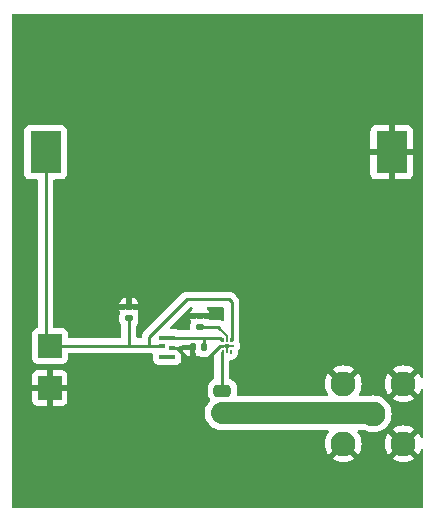
<source format=gtl>
G04 #@! TF.GenerationSoftware,KiCad,Pcbnew,8.0.7-8.0.7-0~ubuntu22.04.1*
G04 #@! TF.CreationDate,2025-01-08T14:25:37-08:00*
G04 #@! TF.ProjectId,RFBackscatterV1,52464261-636b-4736-9361-747465725631,rev?*
G04 #@! TF.SameCoordinates,Original*
G04 #@! TF.FileFunction,Copper,L1,Top*
G04 #@! TF.FilePolarity,Positive*
%FSLAX46Y46*%
G04 Gerber Fmt 4.6, Leading zero omitted, Abs format (unit mm)*
G04 Created by KiCad (PCBNEW 8.0.7-8.0.7-0~ubuntu22.04.1) date 2025-01-08 14:25:37*
%MOMM*%
%LPD*%
G01*
G04 APERTURE LIST*
G04 Aperture macros list*
%AMRoundRect*
0 Rectangle with rounded corners*
0 $1 Rounding radius*
0 $2 $3 $4 $5 $6 $7 $8 $9 X,Y pos of 4 corners*
0 Add a 4 corners polygon primitive as box body*
4,1,4,$2,$3,$4,$5,$6,$7,$8,$9,$2,$3,0*
0 Add four circle primitives for the rounded corners*
1,1,$1+$1,$2,$3*
1,1,$1+$1,$4,$5*
1,1,$1+$1,$6,$7*
1,1,$1+$1,$8,$9*
0 Add four rect primitives between the rounded corners*
20,1,$1+$1,$2,$3,$4,$5,0*
20,1,$1+$1,$4,$5,$6,$7,0*
20,1,$1+$1,$6,$7,$8,$9,0*
20,1,$1+$1,$8,$9,$2,$3,0*%
G04 Aperture macros list end*
G04 #@! TA.AperFunction,SMDPad,CuDef*
%ADD10RoundRect,0.140000X0.170000X-0.140000X0.170000X0.140000X-0.170000X0.140000X-0.170000X-0.140000X0*%
G04 #@! TD*
G04 #@! TA.AperFunction,SMDPad,CuDef*
%ADD11R,2.600000X3.600000*%
G04 #@! TD*
G04 #@! TA.AperFunction,ComponentPad*
%ADD12C,2.108200*%
G04 #@! TD*
G04 #@! TA.AperFunction,SMDPad,CuDef*
%ADD13R,2.000000X2.000000*%
G04 #@! TD*
G04 #@! TA.AperFunction,SMDPad,CuDef*
%ADD14R,1.397000X0.406400*%
G04 #@! TD*
G04 #@! TA.AperFunction,SMDPad,CuDef*
%ADD15R,0.508000X0.304800*%
G04 #@! TD*
G04 #@! TA.AperFunction,SMDPad,CuDef*
%ADD16RoundRect,0.037500X0.037500X-0.127500X0.037500X0.127500X-0.037500X0.127500X-0.037500X-0.127500X0*%
G04 #@! TD*
G04 #@! TA.AperFunction,SMDPad,CuDef*
%ADD17RoundRect,0.037500X0.245000X0.037500X-0.245000X0.037500X-0.245000X-0.037500X0.245000X-0.037500X0*%
G04 #@! TD*
G04 #@! TA.AperFunction,SMDPad,CuDef*
%ADD18RoundRect,0.100000X0.100000X-0.100000X0.100000X0.100000X-0.100000X0.100000X-0.100000X-0.100000X0*%
G04 #@! TD*
G04 #@! TA.AperFunction,SMDPad,CuDef*
%ADD19RoundRect,0.037500X0.037500X-0.245000X0.037500X0.245000X-0.037500X0.245000X-0.037500X-0.245000X0*%
G04 #@! TD*
G04 #@! TA.AperFunction,SMDPad,CuDef*
%ADD20RoundRect,0.250000X-0.475000X0.250000X-0.475000X-0.250000X0.475000X-0.250000X0.475000X0.250000X0*%
G04 #@! TD*
G04 #@! TA.AperFunction,SMDPad,CuDef*
%ADD21RoundRect,0.140000X0.140000X0.170000X-0.140000X0.170000X-0.140000X-0.170000X0.140000X-0.170000X0*%
G04 #@! TD*
G04 #@! TA.AperFunction,ViaPad*
%ADD22C,0.800000*%
G04 #@! TD*
G04 #@! TA.AperFunction,Conductor*
%ADD23C,0.270000*%
G04 #@! TD*
G04 #@! TA.AperFunction,Conductor*
%ADD24C,0.150000*%
G04 #@! TD*
G04 #@! TA.AperFunction,Conductor*
%ADD25C,1.900000*%
G04 #@! TD*
G04 APERTURE END LIST*
D10*
X162300000Y-70620000D03*
X162300000Y-71580000D03*
X156300000Y-69840000D03*
X156300000Y-70800000D03*
D11*
X149250000Y-56750000D03*
X178550000Y-56750000D03*
D12*
X179530000Y-81430000D03*
X174450000Y-81430000D03*
X174450000Y-76350000D03*
X179530000Y-76350000D03*
X176990000Y-78890000D03*
D13*
X149600000Y-76700000D03*
X149611400Y-73135400D03*
D14*
X159540000Y-74040002D03*
D15*
X159985999Y-73338976D03*
D14*
X159540000Y-72440000D03*
D15*
X159094001Y-73134001D03*
D16*
X164230000Y-72630000D03*
X164580000Y-72630000D03*
X164930000Y-72630000D03*
X164930000Y-73630000D03*
D17*
X164930000Y-73130000D03*
D18*
X164580000Y-73130000D03*
D17*
X164230000Y-73130000D03*
D19*
X164580000Y-73512500D03*
D16*
X164230000Y-73630000D03*
D20*
X164200000Y-78820000D03*
X164200000Y-76920000D03*
D21*
X162650000Y-73260000D03*
X161690000Y-73260000D03*
D22*
X161000000Y-71200000D03*
D23*
X162300000Y-71580000D02*
X163880000Y-71580000D01*
X163880000Y-71580000D02*
X164000000Y-71700000D01*
X164990000Y-69390000D02*
X164785000Y-69185000D01*
X164785000Y-69185000D02*
X161223300Y-69185000D01*
X161223300Y-69185000D02*
X158020000Y-72388300D01*
D24*
X164580000Y-72630000D02*
X164580000Y-72280000D01*
X164580000Y-72280000D02*
X164000000Y-71700000D01*
D23*
X158020000Y-73135400D02*
X158020000Y-72388300D01*
X164990000Y-69390000D02*
X164990000Y-72630000D01*
X149611400Y-73135400D02*
X156300000Y-73135400D01*
X164170000Y-76890000D02*
X164170000Y-73630000D01*
X156300000Y-73135400D02*
X158020000Y-73135400D01*
X156300000Y-70800000D02*
X156300000Y-73135400D01*
X149250000Y-56750000D02*
X149250000Y-72774000D01*
X149250000Y-72774000D02*
X149611400Y-73135400D01*
D25*
X164200000Y-78820000D02*
X176920000Y-78820000D01*
D23*
X176920000Y-78820000D02*
X176990000Y-78890000D01*
X164200000Y-76920000D02*
X164170000Y-76890000D01*
X159540000Y-72440000D02*
X162650000Y-72440000D01*
X162650000Y-73260000D02*
X162650000Y-72440000D01*
X162650000Y-72440000D02*
X163980000Y-72440000D01*
X159985999Y-73338976D02*
X161611024Y-73338976D01*
X161611024Y-73338976D02*
X161690000Y-73260000D01*
X159985999Y-73338976D02*
X160410674Y-73338976D01*
X162387166Y-74780000D02*
X164037166Y-73130000D01*
X160410674Y-73338976D02*
X161851698Y-74780000D01*
X164037166Y-73130000D02*
X164230000Y-73130000D01*
X161851698Y-74780000D02*
X162387166Y-74780000D01*
X158020000Y-73135400D02*
X159092602Y-73135400D01*
X163980000Y-72440000D02*
X164170000Y-72630000D01*
X159092602Y-73135400D02*
X159094001Y-73134001D01*
G04 #@! TA.AperFunction,Conductor*
G36*
X175300000Y-73500000D02*
G01*
X180900000Y-73500000D01*
X180900000Y-75611273D01*
X180794475Y-75439075D01*
X180245922Y-75987628D01*
X180239039Y-75971011D01*
X180151478Y-75839966D01*
X180040034Y-75728522D01*
X179908989Y-75640961D01*
X179892368Y-75634076D01*
X180440923Y-75085523D01*
X180237729Y-74961004D01*
X180011730Y-74867393D01*
X180011718Y-74867389D01*
X179773870Y-74810287D01*
X179530000Y-74791094D01*
X179286129Y-74810287D01*
X179048281Y-74867389D01*
X179048269Y-74867393D01*
X178822270Y-74961004D01*
X178619075Y-75085523D01*
X179167629Y-75634077D01*
X179151011Y-75640961D01*
X179019966Y-75728522D01*
X178908522Y-75839966D01*
X178820961Y-75971011D01*
X178814077Y-75987629D01*
X178265523Y-75439075D01*
X178141004Y-75642270D01*
X178047393Y-75868269D01*
X178047389Y-75868281D01*
X177990287Y-76106129D01*
X177971094Y-76350000D01*
X177990287Y-76593870D01*
X178047389Y-76831718D01*
X178047393Y-76831730D01*
X178141004Y-77057729D01*
X178265523Y-77260923D01*
X178814077Y-76712369D01*
X178820961Y-76728989D01*
X178908522Y-76860034D01*
X179019966Y-76971478D01*
X179151011Y-77059039D01*
X179167629Y-77065922D01*
X178619075Y-77614475D01*
X178619075Y-77614476D01*
X178822270Y-77738995D01*
X179048269Y-77832606D01*
X179048281Y-77832610D01*
X179286129Y-77889712D01*
X179530000Y-77908905D01*
X179773870Y-77889712D01*
X180011718Y-77832610D01*
X180011730Y-77832606D01*
X180237729Y-77738995D01*
X180440922Y-77614476D01*
X180440923Y-77614475D01*
X179892370Y-77065922D01*
X179908989Y-77059039D01*
X180040034Y-76971478D01*
X180151478Y-76860034D01*
X180239039Y-76728989D01*
X180245922Y-76712370D01*
X180794475Y-77260923D01*
X180794476Y-77260922D01*
X180900000Y-77088725D01*
X180900000Y-80691273D01*
X180794475Y-80519075D01*
X180245922Y-81067628D01*
X180239039Y-81051011D01*
X180151478Y-80919966D01*
X180040034Y-80808522D01*
X179908989Y-80720961D01*
X179892368Y-80714076D01*
X180440923Y-80165523D01*
X180237729Y-80041004D01*
X180011730Y-79947393D01*
X180011718Y-79947389D01*
X179773870Y-79890287D01*
X179530000Y-79871094D01*
X179286129Y-79890287D01*
X179048281Y-79947389D01*
X179048269Y-79947393D01*
X178822270Y-80041004D01*
X178619075Y-80165523D01*
X179167629Y-80714077D01*
X179151011Y-80720961D01*
X179019966Y-80808522D01*
X178908522Y-80919966D01*
X178820961Y-81051011D01*
X178814077Y-81067629D01*
X178265523Y-80519075D01*
X178141004Y-80722270D01*
X178047393Y-80948269D01*
X178047389Y-80948281D01*
X177990287Y-81186129D01*
X177971094Y-81430000D01*
X177990287Y-81673870D01*
X178047389Y-81911718D01*
X178047393Y-81911730D01*
X178141004Y-82137729D01*
X178265523Y-82340923D01*
X178814077Y-81792369D01*
X178820961Y-81808989D01*
X178908522Y-81940034D01*
X179019966Y-82051478D01*
X179151011Y-82139039D01*
X179167629Y-82145922D01*
X178619075Y-82694475D01*
X178619075Y-82694476D01*
X178822270Y-82818995D01*
X179048269Y-82912606D01*
X179048281Y-82912610D01*
X179286129Y-82969712D01*
X179530000Y-82988905D01*
X179773870Y-82969712D01*
X180011718Y-82912610D01*
X180011730Y-82912606D01*
X180237729Y-82818995D01*
X180440922Y-82694476D01*
X180440923Y-82694475D01*
X179892370Y-82145922D01*
X179908989Y-82139039D01*
X180040034Y-82051478D01*
X180151478Y-81940034D01*
X180239039Y-81808989D01*
X180245922Y-81792370D01*
X180794475Y-82340923D01*
X180794476Y-82340922D01*
X180900000Y-82168725D01*
X180900000Y-85000000D01*
X172950000Y-85000000D01*
X172963497Y-81895509D01*
X172967389Y-81911718D01*
X172967393Y-81911730D01*
X173061004Y-82137729D01*
X173185523Y-82340923D01*
X173734076Y-81792369D01*
X173740961Y-81808989D01*
X173828522Y-81940034D01*
X173939966Y-82051478D01*
X174071011Y-82139039D01*
X174087629Y-82145922D01*
X173539075Y-82694475D01*
X173539075Y-82694476D01*
X173742270Y-82818995D01*
X173968269Y-82912606D01*
X173968281Y-82912610D01*
X174206129Y-82969712D01*
X174450000Y-82988905D01*
X174693870Y-82969712D01*
X174931718Y-82912610D01*
X174931730Y-82912606D01*
X175157729Y-82818995D01*
X175360922Y-82694476D01*
X175360923Y-82694475D01*
X174812370Y-82145922D01*
X174828989Y-82139039D01*
X174960034Y-82051478D01*
X175071478Y-81940034D01*
X175159039Y-81808989D01*
X175165922Y-81792370D01*
X175714475Y-82340923D01*
X175714476Y-82340922D01*
X175838995Y-82137729D01*
X175932606Y-81911730D01*
X175932610Y-81911718D01*
X175989712Y-81673870D01*
X176008905Y-81430000D01*
X175989712Y-81186129D01*
X175932610Y-80948281D01*
X175932606Y-80948269D01*
X175838995Y-80722270D01*
X175711184Y-80513703D01*
X175711183Y-80513701D01*
X175678156Y-80475031D01*
X175649586Y-80411270D01*
X175660023Y-80342184D01*
X175706154Y-80289708D01*
X175772447Y-80270500D01*
X176235790Y-80270500D01*
X176283242Y-80279939D01*
X176508116Y-80373084D01*
X176667173Y-80411270D01*
X176746055Y-80430208D01*
X176990000Y-80449407D01*
X177233945Y-80430208D01*
X177471883Y-80373084D01*
X177471884Y-80373084D01*
X177697952Y-80279444D01*
X177697953Y-80279443D01*
X177697956Y-80279442D01*
X177906596Y-80151587D01*
X178092667Y-79992667D01*
X178251587Y-79806596D01*
X178379442Y-79597956D01*
X178473084Y-79371883D01*
X178530208Y-79133945D01*
X178549407Y-78890000D01*
X178530208Y-78646055D01*
X178473084Y-78408117D01*
X178473084Y-78408116D01*
X178473084Y-78408115D01*
X178379444Y-78182047D01*
X178379442Y-78182044D01*
X178251590Y-77973409D01*
X178251589Y-77973406D01*
X178215687Y-77931370D01*
X178092667Y-77787333D01*
X177969645Y-77682262D01*
X177906593Y-77628410D01*
X177906590Y-77628409D01*
X177697955Y-77500557D01*
X177697952Y-77500555D01*
X177471883Y-77406915D01*
X177233948Y-77349792D01*
X176990000Y-77330593D01*
X176746051Y-77349792D01*
X176687535Y-77363841D01*
X176678234Y-77366074D01*
X176649289Y-77369500D01*
X175869359Y-77369500D01*
X175802320Y-77349815D01*
X175756565Y-77297011D01*
X175746621Y-77227853D01*
X175763632Y-77180710D01*
X175838995Y-77057729D01*
X175932606Y-76831730D01*
X175932610Y-76831718D01*
X175989712Y-76593870D01*
X176008905Y-76350000D01*
X175989712Y-76106129D01*
X175932610Y-75868281D01*
X175932606Y-75868269D01*
X175838995Y-75642270D01*
X175714475Y-75439075D01*
X175165922Y-75987628D01*
X175159039Y-75971011D01*
X175071478Y-75839966D01*
X174960034Y-75728522D01*
X174828989Y-75640961D01*
X174812368Y-75634076D01*
X175360923Y-75085523D01*
X175157729Y-74961004D01*
X174931730Y-74867393D01*
X174931718Y-74867389D01*
X174693870Y-74810287D01*
X174450000Y-74791094D01*
X174206129Y-74810287D01*
X173968281Y-74867389D01*
X173968269Y-74867393D01*
X173742270Y-74961004D01*
X173539075Y-75085523D01*
X174087629Y-75634077D01*
X174071011Y-75640961D01*
X173939966Y-75728522D01*
X173828522Y-75839966D01*
X173740961Y-75971011D01*
X173734077Y-75987629D01*
X173185523Y-75439075D01*
X173061004Y-75642270D01*
X172989939Y-75813836D01*
X173000000Y-73500000D01*
X174550000Y-73500000D01*
X175450000Y-73450000D01*
X175300000Y-73500000D01*
G37*
G04 #@! TD.AperFunction*
G04 #@! TA.AperFunction,Conductor*
G36*
X173194592Y-80290185D02*
G01*
X173240347Y-80342989D01*
X173250291Y-80412147D01*
X173221844Y-80475031D01*
X173188816Y-80513701D01*
X173188815Y-80513703D01*
X173061004Y-80722270D01*
X172967618Y-80947724D01*
X172970563Y-80270500D01*
X173127553Y-80270500D01*
X173194592Y-80290185D01*
G37*
G04 #@! TD.AperFunction*
G04 #@! TA.AperFunction,Conductor*
G36*
X173061004Y-77057729D02*
G01*
X173136368Y-77180710D01*
X173154613Y-77248155D01*
X173133497Y-77314758D01*
X173079725Y-77359372D01*
X173030641Y-77369500D01*
X172983176Y-77369500D01*
X172985325Y-76875025D01*
X173061004Y-77057729D01*
G37*
G04 #@! TD.AperFunction*
G04 #@! TA.AperFunction,Conductor*
G36*
X181173039Y-45019685D02*
G01*
X181218794Y-45072489D01*
X181230000Y-45124000D01*
X181230000Y-75769713D01*
X181210315Y-75836752D01*
X181157511Y-75882507D01*
X181088353Y-75892451D01*
X181024797Y-75863426D01*
X180991439Y-75817166D01*
X180918995Y-75642270D01*
X180900000Y-75611273D01*
X180900000Y-73500000D01*
X175300000Y-73500000D01*
X175450000Y-73450000D01*
X174550000Y-73500000D01*
X173000000Y-73500000D01*
X172989939Y-75813835D01*
X172967393Y-75868269D01*
X172967389Y-75868281D01*
X172910287Y-76106129D01*
X172891094Y-76350000D01*
X172910287Y-76593870D01*
X172967389Y-76831718D01*
X172967393Y-76831730D01*
X172985325Y-76875024D01*
X172983176Y-77369500D01*
X165547541Y-77369500D01*
X165480502Y-77349815D01*
X165434747Y-77297011D01*
X165424183Y-77232896D01*
X165425500Y-77220009D01*
X165425499Y-76619992D01*
X165414999Y-76517203D01*
X165359814Y-76350666D01*
X165267712Y-76201344D01*
X165143656Y-76077288D01*
X165050888Y-76020069D01*
X164994336Y-75985187D01*
X164994335Y-75985186D01*
X164994334Y-75985186D01*
X164890495Y-75950777D01*
X164833051Y-75911004D01*
X164806228Y-75846488D01*
X164805500Y-75833071D01*
X164805500Y-74419500D01*
X164825185Y-74352461D01*
X164877989Y-74306706D01*
X164929500Y-74295500D01*
X165009619Y-74295500D01*
X165031232Y-74292904D01*
X165096077Y-74285117D01*
X165233658Y-74230862D01*
X165351500Y-74141500D01*
X165440862Y-74023658D01*
X165495117Y-73886077D01*
X165505500Y-73799618D01*
X165505500Y-73653031D01*
X165525185Y-73585992D01*
X165554578Y-73554224D01*
X165558646Y-73551138D01*
X165647920Y-73433413D01*
X165647923Y-73433407D01*
X165702126Y-73295958D01*
X165712500Y-73209571D01*
X165712500Y-73050428D01*
X165702126Y-72964041D01*
X165647923Y-72826592D01*
X165647920Y-72826587D01*
X165642734Y-72819747D01*
X165617912Y-72754435D01*
X165619921Y-72720635D01*
X165625500Y-72692591D01*
X165625500Y-69327409D01*
X165601078Y-69204631D01*
X165561039Y-69107968D01*
X165553176Y-69088984D01*
X165553169Y-69088971D01*
X165483626Y-68984893D01*
X165483625Y-68984892D01*
X165395108Y-68896375D01*
X165190111Y-68691377D01*
X165190107Y-68691374D01*
X165086028Y-68621830D01*
X165086015Y-68621823D01*
X164970373Y-68573923D01*
X164970361Y-68573920D01*
X164847595Y-68549500D01*
X164847591Y-68549500D01*
X161285891Y-68549500D01*
X161160709Y-68549500D01*
X161160704Y-68549500D01*
X161037938Y-68573920D01*
X161037926Y-68573923D01*
X160922284Y-68621823D01*
X160922271Y-68621830D01*
X160818192Y-68691374D01*
X160818188Y-68691377D01*
X158405454Y-71104113D01*
X157614892Y-71894675D01*
X157570632Y-71938934D01*
X157526373Y-71983193D01*
X157456830Y-72087271D01*
X157456823Y-72087284D01*
X157408923Y-72202926D01*
X157408920Y-72202938D01*
X157384500Y-72325704D01*
X157384500Y-72375900D01*
X157364815Y-72442939D01*
X157312011Y-72488694D01*
X157260500Y-72499900D01*
X157059500Y-72499900D01*
X156992461Y-72480215D01*
X156946706Y-72427411D01*
X156935500Y-72375900D01*
X156935500Y-71431666D01*
X156955185Y-71364627D01*
X156971822Y-71343982D01*
X156980113Y-71335691D01*
X156980117Y-71335687D01*
X157062494Y-71196395D01*
X157095736Y-71081975D01*
X157107642Y-71040997D01*
X157107643Y-71040991D01*
X157109479Y-71017665D01*
X157110500Y-71004690D01*
X157110500Y-70595310D01*
X157107643Y-70559007D01*
X157062494Y-70403605D01*
X157050089Y-70382630D01*
X157032906Y-70314909D01*
X157050091Y-70256384D01*
X157062032Y-70236194D01*
X157104504Y-70090000D01*
X156798352Y-70090000D01*
X156735233Y-70072732D01*
X156726395Y-70067506D01*
X156726393Y-70067505D01*
X156726389Y-70067503D01*
X156570997Y-70022357D01*
X156570991Y-70022356D01*
X156534697Y-70019500D01*
X156534690Y-70019500D01*
X156065310Y-70019500D01*
X156065302Y-70019500D01*
X156029008Y-70022356D01*
X156029002Y-70022357D01*
X155873610Y-70067503D01*
X155873605Y-70067506D01*
X155864766Y-70072732D01*
X155801648Y-70090000D01*
X155495496Y-70090000D01*
X155537968Y-70236194D01*
X155549911Y-70256389D01*
X155567092Y-70324113D01*
X155549911Y-70382628D01*
X155537506Y-70403604D01*
X155537504Y-70403609D01*
X155492357Y-70559002D01*
X155492356Y-70559008D01*
X155489500Y-70595302D01*
X155489500Y-71004697D01*
X155492356Y-71040991D01*
X155492357Y-71040997D01*
X155537504Y-71196390D01*
X155537505Y-71196393D01*
X155619881Y-71335684D01*
X155619886Y-71335691D01*
X155628178Y-71343982D01*
X155661665Y-71405304D01*
X155664500Y-71431666D01*
X155664500Y-72375900D01*
X155644815Y-72442939D01*
X155592011Y-72488694D01*
X155540500Y-72499900D01*
X151235899Y-72499900D01*
X151168860Y-72480215D01*
X151123105Y-72427411D01*
X151111899Y-72375900D01*
X151111899Y-72087529D01*
X151111898Y-72087523D01*
X151111897Y-72087516D01*
X151105491Y-72027917D01*
X151055795Y-71894676D01*
X151055197Y-71893071D01*
X151055193Y-71893064D01*
X150968947Y-71777855D01*
X150968944Y-71777852D01*
X150853735Y-71691606D01*
X150853728Y-71691602D01*
X150718882Y-71641308D01*
X150718883Y-71641308D01*
X150659283Y-71634901D01*
X150659281Y-71634900D01*
X150659273Y-71634900D01*
X150659265Y-71634900D01*
X150009500Y-71634900D01*
X149942461Y-71615215D01*
X149896706Y-71562411D01*
X149885500Y-71510900D01*
X149885500Y-69590000D01*
X155495496Y-69590000D01*
X156050000Y-69590000D01*
X156550000Y-69590000D01*
X157104504Y-69590000D01*
X157062031Y-69443804D01*
X156979721Y-69304625D01*
X156979714Y-69304616D01*
X156865383Y-69190285D01*
X156865374Y-69190278D01*
X156726195Y-69107968D01*
X156726190Y-69107966D01*
X156570918Y-69062855D01*
X156570912Y-69062854D01*
X156550000Y-69061209D01*
X156550000Y-69590000D01*
X156050000Y-69590000D01*
X156050000Y-69061210D01*
X156049999Y-69061209D01*
X156029087Y-69062854D01*
X156029081Y-69062855D01*
X155873809Y-69107966D01*
X155873804Y-69107968D01*
X155734625Y-69190278D01*
X155734616Y-69190285D01*
X155620285Y-69304616D01*
X155620278Y-69304625D01*
X155537968Y-69443804D01*
X155495496Y-69590000D01*
X149885500Y-69590000D01*
X149885500Y-59174499D01*
X149905185Y-59107460D01*
X149957989Y-59061705D01*
X150009500Y-59050499D01*
X150597871Y-59050499D01*
X150597872Y-59050499D01*
X150657483Y-59044091D01*
X150792331Y-58993796D01*
X150907546Y-58907546D01*
X150993796Y-58792331D01*
X151044091Y-58657483D01*
X151050500Y-58597873D01*
X151050500Y-58597844D01*
X176750000Y-58597844D01*
X176756401Y-58657372D01*
X176756403Y-58657379D01*
X176806645Y-58792086D01*
X176806649Y-58792093D01*
X176892809Y-58907187D01*
X176892812Y-58907190D01*
X177007906Y-58993350D01*
X177007913Y-58993354D01*
X177142620Y-59043596D01*
X177142627Y-59043598D01*
X177202155Y-59049999D01*
X177202172Y-59050000D01*
X178300000Y-59050000D01*
X178800000Y-59050000D01*
X179897828Y-59050000D01*
X179897844Y-59049999D01*
X179957372Y-59043598D01*
X179957379Y-59043596D01*
X180092086Y-58993354D01*
X180092093Y-58993350D01*
X180207187Y-58907190D01*
X180207190Y-58907187D01*
X180293350Y-58792093D01*
X180293354Y-58792086D01*
X180343596Y-58657379D01*
X180343598Y-58657372D01*
X180349999Y-58597844D01*
X180350000Y-58597827D01*
X180350000Y-57000000D01*
X178800000Y-57000000D01*
X178800000Y-59050000D01*
X178300000Y-59050000D01*
X178300000Y-57000000D01*
X176750000Y-57000000D01*
X176750000Y-58597844D01*
X151050500Y-58597844D01*
X151050499Y-54902155D01*
X176750000Y-54902155D01*
X176750000Y-56500000D01*
X178300000Y-56500000D01*
X178800000Y-56500000D01*
X180350000Y-56500000D01*
X180350000Y-54902172D01*
X180349999Y-54902155D01*
X180343598Y-54842627D01*
X180343596Y-54842620D01*
X180293354Y-54707913D01*
X180293350Y-54707906D01*
X180207190Y-54592812D01*
X180207187Y-54592809D01*
X180092093Y-54506649D01*
X180092086Y-54506645D01*
X179957379Y-54456403D01*
X179957372Y-54456401D01*
X179897844Y-54450000D01*
X178800000Y-54450000D01*
X178800000Y-56500000D01*
X178300000Y-56500000D01*
X178300000Y-54450000D01*
X177202155Y-54450000D01*
X177142627Y-54456401D01*
X177142620Y-54456403D01*
X177007913Y-54506645D01*
X177007906Y-54506649D01*
X176892812Y-54592809D01*
X176892809Y-54592812D01*
X176806649Y-54707906D01*
X176806645Y-54707913D01*
X176756403Y-54842620D01*
X176756401Y-54842627D01*
X176750000Y-54902155D01*
X151050499Y-54902155D01*
X151050499Y-54902128D01*
X151044091Y-54842517D01*
X150993884Y-54707906D01*
X150993797Y-54707671D01*
X150993793Y-54707664D01*
X150907547Y-54592455D01*
X150907544Y-54592452D01*
X150792335Y-54506206D01*
X150792328Y-54506202D01*
X150657482Y-54455908D01*
X150657483Y-54455908D01*
X150597883Y-54449501D01*
X150597881Y-54449500D01*
X150597873Y-54449500D01*
X150597864Y-54449500D01*
X147902129Y-54449500D01*
X147902123Y-54449501D01*
X147842516Y-54455908D01*
X147707671Y-54506202D01*
X147707664Y-54506206D01*
X147592455Y-54592452D01*
X147592452Y-54592455D01*
X147506206Y-54707664D01*
X147506202Y-54707671D01*
X147455908Y-54842517D01*
X147449501Y-54902116D01*
X147449501Y-54902123D01*
X147449500Y-54902135D01*
X147449500Y-58597870D01*
X147449501Y-58597876D01*
X147455908Y-58657483D01*
X147506202Y-58792328D01*
X147506206Y-58792335D01*
X147592452Y-58907544D01*
X147592455Y-58907547D01*
X147707664Y-58993793D01*
X147707671Y-58993797D01*
X147752618Y-59010561D01*
X147842517Y-59044091D01*
X147902127Y-59050500D01*
X148490500Y-59050499D01*
X148557539Y-59070183D01*
X148603294Y-59122987D01*
X148614500Y-59174499D01*
X148614500Y-71518036D01*
X148594815Y-71585075D01*
X148542011Y-71630830D01*
X148511398Y-71639229D01*
X148511468Y-71639524D01*
X148503920Y-71641307D01*
X148369071Y-71691602D01*
X148369064Y-71691606D01*
X148253855Y-71777852D01*
X148253852Y-71777855D01*
X148167606Y-71893064D01*
X148167602Y-71893071D01*
X148117308Y-72027917D01*
X148110927Y-72087278D01*
X148110901Y-72087523D01*
X148110900Y-72087535D01*
X148110900Y-74183270D01*
X148110901Y-74183276D01*
X148117308Y-74242883D01*
X148167602Y-74377728D01*
X148167606Y-74377735D01*
X148253852Y-74492944D01*
X148253855Y-74492947D01*
X148369064Y-74579193D01*
X148369071Y-74579197D01*
X148503917Y-74629491D01*
X148503916Y-74629491D01*
X148510844Y-74630235D01*
X148563527Y-74635900D01*
X150659272Y-74635899D01*
X150718883Y-74629491D01*
X150853731Y-74579196D01*
X150968946Y-74492946D01*
X151055196Y-74377731D01*
X151105491Y-74242883D01*
X151111900Y-74183273D01*
X151111900Y-73894900D01*
X151131585Y-73827861D01*
X151184389Y-73782106D01*
X151235900Y-73770900D01*
X156237409Y-73770900D01*
X156362591Y-73770900D01*
X157957409Y-73770900D01*
X158217000Y-73770900D01*
X158284039Y-73790585D01*
X158329794Y-73843389D01*
X158341000Y-73894900D01*
X158341000Y-74291072D01*
X158341001Y-74291078D01*
X158347408Y-74350685D01*
X158397702Y-74485530D01*
X158397706Y-74485537D01*
X158483952Y-74600746D01*
X158483955Y-74600749D01*
X158599164Y-74686995D01*
X158599171Y-74686999D01*
X158734017Y-74737293D01*
X158734016Y-74737293D01*
X158740944Y-74738037D01*
X158793627Y-74743702D01*
X160286372Y-74743701D01*
X160345983Y-74737293D01*
X160480831Y-74686998D01*
X160596046Y-74600748D01*
X160682296Y-74485533D01*
X160732591Y-74350685D01*
X160739000Y-74291075D01*
X160738999Y-73788930D01*
X160738998Y-73788928D01*
X160738998Y-73788914D01*
X160737992Y-73779557D01*
X160750397Y-73710797D01*
X160798007Y-73659660D01*
X160865706Y-73642380D01*
X160932000Y-73664444D01*
X160968013Y-73703180D01*
X161040278Y-73825374D01*
X161040285Y-73825383D01*
X161154616Y-73939714D01*
X161154625Y-73939721D01*
X161293804Y-74022031D01*
X161440000Y-74064504D01*
X161440000Y-73510000D01*
X160899690Y-73510000D01*
X160865490Y-73530455D01*
X160795657Y-73528208D01*
X160746720Y-73498097D01*
X160739999Y-73491376D01*
X160653507Y-73491376D01*
X160586468Y-73471691D01*
X160579207Y-73466650D01*
X160503321Y-73409842D01*
X160461451Y-73353908D01*
X160456467Y-73284216D01*
X160489953Y-73222894D01*
X160551276Y-73189409D01*
X160577633Y-73186576D01*
X160739999Y-73186576D01*
X160745371Y-73181203D01*
X160759684Y-73132461D01*
X160812488Y-73086706D01*
X160863999Y-73075500D01*
X161566000Y-73075500D01*
X161633039Y-73095185D01*
X161678794Y-73147989D01*
X161690000Y-73199500D01*
X161690000Y-73260000D01*
X161745500Y-73260000D01*
X161812539Y-73279685D01*
X161858294Y-73332489D01*
X161869500Y-73384000D01*
X161869500Y-73494697D01*
X161872356Y-73530991D01*
X161872357Y-73530997D01*
X161917503Y-73686389D01*
X161917505Y-73686393D01*
X161917506Y-73686395D01*
X161922732Y-73695233D01*
X161940000Y-73758352D01*
X161940000Y-74064503D01*
X162086194Y-74022032D01*
X162106384Y-74010091D01*
X162174108Y-73992906D01*
X162232629Y-74010089D01*
X162253605Y-74022494D01*
X162294587Y-74034400D01*
X162409002Y-74067642D01*
X162409005Y-74067642D01*
X162409007Y-74067643D01*
X162445310Y-74070500D01*
X162445318Y-74070500D01*
X162854682Y-74070500D01*
X162854690Y-74070500D01*
X162890993Y-74067643D01*
X162890995Y-74067642D01*
X162890997Y-74067642D01*
X162931975Y-74055736D01*
X163046395Y-74022494D01*
X163185687Y-73940117D01*
X163300117Y-73825687D01*
X163303767Y-73819514D01*
X163354834Y-73771831D01*
X163423575Y-73759325D01*
X163488165Y-73785969D01*
X163528097Y-73843303D01*
X163534500Y-73882634D01*
X163534500Y-75852953D01*
X163514815Y-75919992D01*
X163462011Y-75965747D01*
X163449505Y-75970659D01*
X163405666Y-75985186D01*
X163256342Y-76077289D01*
X163132289Y-76201342D01*
X163040187Y-76350663D01*
X163040186Y-76350666D01*
X162985001Y-76517203D01*
X162985001Y-76517204D01*
X162985000Y-76517204D01*
X162974500Y-76619983D01*
X162974500Y-77220001D01*
X162974501Y-77220019D01*
X162985000Y-77322796D01*
X162985001Y-77322799D01*
X163012875Y-77406915D01*
X163040186Y-77489334D01*
X163125968Y-77628410D01*
X163132289Y-77638657D01*
X163143477Y-77649845D01*
X163176962Y-77711168D01*
X163171978Y-77780860D01*
X163143477Y-77825207D01*
X163093623Y-77875060D01*
X163093622Y-77875061D01*
X162959421Y-78059771D01*
X162855770Y-78263196D01*
X162785215Y-78480339D01*
X162749500Y-78705837D01*
X162749500Y-78934162D01*
X162785215Y-79159660D01*
X162855770Y-79376803D01*
X162959421Y-79580228D01*
X163093621Y-79764937D01*
X163255063Y-79926379D01*
X163439772Y-80060579D01*
X163535884Y-80109550D01*
X163643196Y-80164229D01*
X163643198Y-80164229D01*
X163643201Y-80164231D01*
X163759592Y-80202049D01*
X163860339Y-80234784D01*
X164085838Y-80270500D01*
X164085843Y-80270500D01*
X172970563Y-80270500D01*
X172967618Y-80947724D01*
X172967393Y-80948269D01*
X172967389Y-80948281D01*
X172910287Y-81186129D01*
X172891094Y-81430000D01*
X172910287Y-81673870D01*
X172963497Y-81895509D01*
X172950000Y-85000000D01*
X180900000Y-85000000D01*
X180900000Y-82168724D01*
X180918995Y-82137728D01*
X180918997Y-82137725D01*
X180991439Y-81962834D01*
X181035280Y-81908430D01*
X181101574Y-81886365D01*
X181169273Y-81903644D01*
X181216884Y-81954781D01*
X181230000Y-82010286D01*
X181230000Y-86736000D01*
X181210315Y-86803039D01*
X181157511Y-86848794D01*
X181106000Y-86860000D01*
X146524000Y-86860000D01*
X146456961Y-86840315D01*
X146411206Y-86787511D01*
X146400000Y-86736000D01*
X146400000Y-77747844D01*
X148100000Y-77747844D01*
X148106401Y-77807372D01*
X148106403Y-77807379D01*
X148156645Y-77942086D01*
X148156649Y-77942093D01*
X148242809Y-78057187D01*
X148242812Y-78057190D01*
X148357906Y-78143350D01*
X148357913Y-78143354D01*
X148492620Y-78193596D01*
X148492627Y-78193598D01*
X148552155Y-78199999D01*
X148552172Y-78200000D01*
X149350000Y-78200000D01*
X149850000Y-78200000D01*
X150647828Y-78200000D01*
X150647844Y-78199999D01*
X150707372Y-78193598D01*
X150707379Y-78193596D01*
X150842086Y-78143354D01*
X150842093Y-78143350D01*
X150957187Y-78057190D01*
X150957190Y-78057187D01*
X151043350Y-77942093D01*
X151043354Y-77942086D01*
X151093596Y-77807379D01*
X151093598Y-77807372D01*
X151099999Y-77747844D01*
X151100000Y-77747827D01*
X151100000Y-76950000D01*
X149850000Y-76950000D01*
X149850000Y-78200000D01*
X149350000Y-78200000D01*
X149350000Y-76950000D01*
X148100000Y-76950000D01*
X148100000Y-77747844D01*
X146400000Y-77747844D01*
X146400000Y-75652155D01*
X148100000Y-75652155D01*
X148100000Y-76450000D01*
X149350000Y-76450000D01*
X149850000Y-76450000D01*
X151100000Y-76450000D01*
X151100000Y-75652172D01*
X151099999Y-75652155D01*
X151093598Y-75592627D01*
X151093596Y-75592620D01*
X151043354Y-75457913D01*
X151043350Y-75457906D01*
X150957190Y-75342812D01*
X150957187Y-75342809D01*
X150842093Y-75256649D01*
X150842086Y-75256645D01*
X150707379Y-75206403D01*
X150707372Y-75206401D01*
X150647844Y-75200000D01*
X149850000Y-75200000D01*
X149850000Y-76450000D01*
X149350000Y-76450000D01*
X149350000Y-75200000D01*
X148552155Y-75200000D01*
X148492627Y-75206401D01*
X148492620Y-75206403D01*
X148357913Y-75256645D01*
X148357906Y-75256649D01*
X148242812Y-75342809D01*
X148242809Y-75342812D01*
X148156649Y-75457906D01*
X148156645Y-75457913D01*
X148106403Y-75592620D01*
X148106401Y-75592627D01*
X148100000Y-75652155D01*
X146400000Y-75652155D01*
X146400000Y-45124000D01*
X146419685Y-45056961D01*
X146472489Y-45011206D01*
X146524000Y-45000000D01*
X181106000Y-45000000D01*
X181173039Y-45019685D01*
G37*
G04 #@! TD.AperFunction*
G04 #@! TA.AperFunction,Conductor*
G36*
X181169273Y-76823644D02*
G01*
X181216884Y-76874781D01*
X181230000Y-76930286D01*
X181230000Y-80849713D01*
X181210315Y-80916752D01*
X181157511Y-80962507D01*
X181088353Y-80972451D01*
X181024797Y-80943426D01*
X180991439Y-80897166D01*
X180918995Y-80722270D01*
X180900000Y-80691273D01*
X180900000Y-77088724D01*
X180918995Y-77057728D01*
X180918997Y-77057725D01*
X180991439Y-76882834D01*
X181035280Y-76828430D01*
X181101574Y-76806365D01*
X181169273Y-76823644D01*
G37*
G04 #@! TD.AperFunction*
G04 #@! TA.AperFunction,Conductor*
G36*
X161652079Y-69840185D02*
G01*
X161697834Y-69892989D01*
X161707778Y-69962147D01*
X161678753Y-70025703D01*
X161672721Y-70032181D01*
X161620285Y-70084616D01*
X161620278Y-70084625D01*
X161537968Y-70223804D01*
X161495496Y-70370000D01*
X163104504Y-70370000D01*
X163062031Y-70223804D01*
X162979721Y-70084625D01*
X162979714Y-70084616D01*
X162927279Y-70032181D01*
X162893794Y-69970858D01*
X162898778Y-69901166D01*
X162940650Y-69845233D01*
X163006114Y-69820816D01*
X163014960Y-69820500D01*
X164230500Y-69820500D01*
X164297539Y-69840185D01*
X164343294Y-69892989D01*
X164354500Y-69944500D01*
X164354500Y-70903104D01*
X164334815Y-70970143D01*
X164282011Y-71015898D01*
X164212853Y-71025842D01*
X164183048Y-71017665D01*
X164065373Y-70968923D01*
X164065361Y-70968920D01*
X163942595Y-70944500D01*
X163942591Y-70944500D01*
X163222400Y-70944500D01*
X163155361Y-70924815D01*
X163123239Y-70894952D01*
X163104505Y-70870000D01*
X162798352Y-70870000D01*
X162735233Y-70852732D01*
X162726395Y-70847506D01*
X162726393Y-70847505D01*
X162726389Y-70847503D01*
X162570997Y-70802357D01*
X162570991Y-70802356D01*
X162534697Y-70799500D01*
X162534690Y-70799500D01*
X162065310Y-70799500D01*
X162065302Y-70799500D01*
X162029008Y-70802356D01*
X162029002Y-70802357D01*
X161873610Y-70847503D01*
X161873605Y-70847506D01*
X161864766Y-70852732D01*
X161801648Y-70870000D01*
X161495496Y-70870000D01*
X161537968Y-71016194D01*
X161549911Y-71036389D01*
X161567092Y-71104113D01*
X161549911Y-71162628D01*
X161537506Y-71183604D01*
X161537504Y-71183609D01*
X161492357Y-71339002D01*
X161492356Y-71339008D01*
X161489500Y-71375302D01*
X161489500Y-71680500D01*
X161469815Y-71747539D01*
X161417011Y-71793294D01*
X161365500Y-71804500D01*
X160533534Y-71804500D01*
X160490141Y-71793421D01*
X160489141Y-71796103D01*
X160345982Y-71742708D01*
X160345983Y-71742708D01*
X160286383Y-71736301D01*
X160286381Y-71736300D01*
X160286373Y-71736300D01*
X160286365Y-71736300D01*
X159870094Y-71736300D01*
X159803055Y-71716615D01*
X159757300Y-71663811D01*
X159747356Y-71594653D01*
X159776381Y-71531097D01*
X159782413Y-71524619D01*
X161450214Y-69856819D01*
X161511537Y-69823334D01*
X161537895Y-69820500D01*
X161585040Y-69820500D01*
X161652079Y-69840185D01*
G37*
G04 #@! TD.AperFunction*
M02*

</source>
